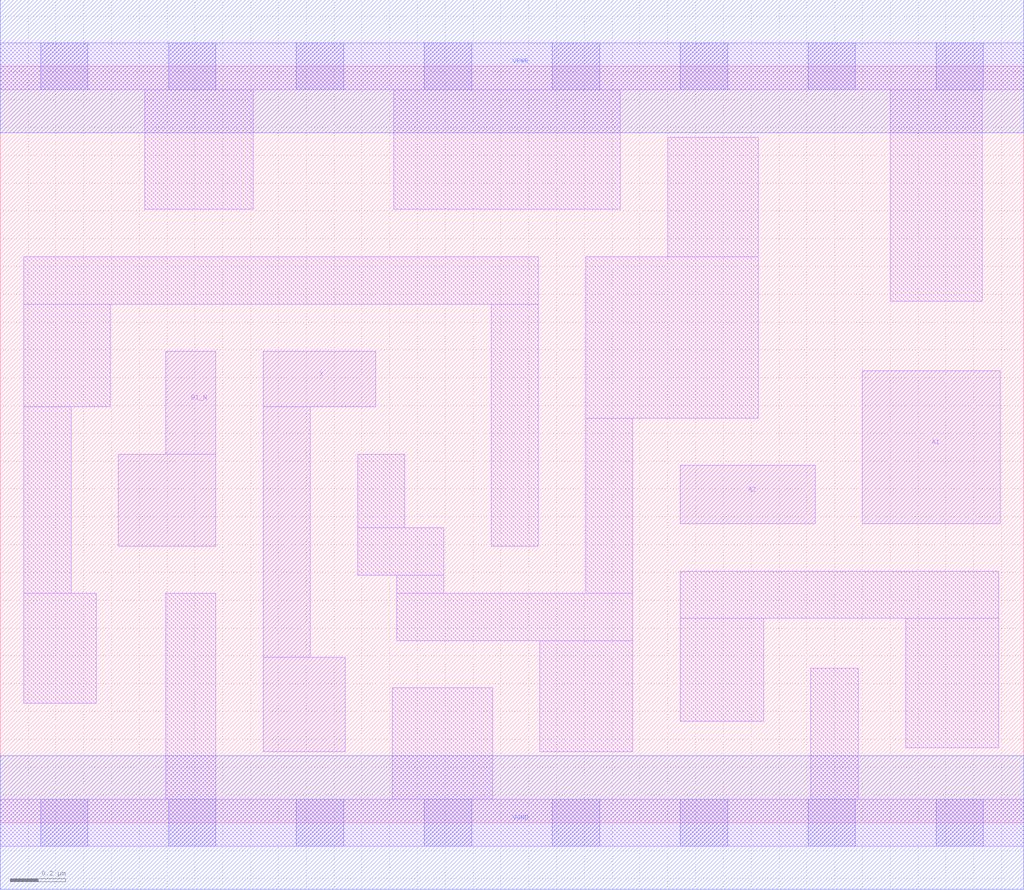
<source format=lef>
# Copyright 2020 The SkyWater PDK Authors
#
# Licensed under the Apache License, Version 2.0 (the "License");
# you may not use this file except in compliance with the License.
# You may obtain a copy of the License at
#
#     https://www.apache.org/licenses/LICENSE-2.0
#
# Unless required by applicable law or agreed to in writing, software
# distributed under the License is distributed on an "AS IS" BASIS,
# WITHOUT WARRANTIES OR CONDITIONS OF ANY KIND, either express or implied.
# See the License for the specific language governing permissions and
# limitations under the License.
#
# SPDX-License-Identifier: Apache-2.0

VERSION 5.7 ;
  NOWIREEXTENSIONATPIN ON ;
  DIVIDERCHAR "/" ;
  BUSBITCHARS "[]" ;
UNITS
  DATABASE MICRONS 200 ;
END UNITS
MACRO sky130_fd_sc_hd__o21ba_2
  CLASS CORE ;
  FOREIGN sky130_fd_sc_hd__o21ba_2 ;
  ORIGIN  0.000000  0.000000 ;
  SIZE  3.680000 BY  2.720000 ;
  SYMMETRY X Y R90 ;
  SITE unithd ;
  PIN A1
    ANTENNAGATEAREA  0.247500 ;
    DIRECTION INPUT ;
    USE SIGNAL ;
    PORT
      LAYER li1 ;
        RECT 3.100000 1.075000 3.595000 1.625000 ;
    END
  END A1
  PIN A2
    ANTENNAGATEAREA  0.247500 ;
    DIRECTION INPUT ;
    USE SIGNAL ;
    PORT
      LAYER li1 ;
        RECT 2.445000 1.075000 2.930000 1.285000 ;
    END
  END A2
  PIN B1_N
    ANTENNAGATEAREA  0.126000 ;
    DIRECTION INPUT ;
    USE SIGNAL ;
    PORT
      LAYER li1 ;
        RECT 0.425000 0.995000 0.775000 1.325000 ;
        RECT 0.595000 1.325000 0.775000 1.695000 ;
    END
  END B1_N
  PIN X
    ANTENNADIFFAREA  0.445500 ;
    DIRECTION OUTPUT ;
    USE SIGNAL ;
    PORT
      LAYER li1 ;
        RECT 0.945000 0.255000 1.240000 0.595000 ;
        RECT 0.945000 0.595000 1.115000 1.495000 ;
        RECT 0.945000 1.495000 1.350000 1.695000 ;
    END
  END X
  PIN VGND
    DIRECTION INOUT ;
    SHAPE ABUTMENT ;
    USE GROUND ;
    PORT
      LAYER met1 ;
        RECT 0.000000 -0.240000 3.680000 0.240000 ;
    END
  END VGND
  PIN VPWR
    DIRECTION INOUT ;
    SHAPE ABUTMENT ;
    USE POWER ;
    PORT
      LAYER met1 ;
        RECT 0.000000 2.480000 3.680000 2.960000 ;
    END
  END VPWR
  OBS
    LAYER li1 ;
      RECT 0.000000 -0.085000 3.680000 0.085000 ;
      RECT 0.000000  2.635000 3.680000 2.805000 ;
      RECT 0.085000  0.430000 0.345000 0.825000 ;
      RECT 0.085000  0.825000 0.255000 1.495000 ;
      RECT 0.085000  1.495000 0.395000 1.865000 ;
      RECT 0.085000  1.865000 1.935000 2.035000 ;
      RECT 0.520000  2.205000 0.910000 2.635000 ;
      RECT 0.595000  0.085000 0.775000 0.825000 ;
      RECT 1.285000  0.890000 1.595000 1.060000 ;
      RECT 1.285000  1.060000 1.455000 1.325000 ;
      RECT 1.410000  0.085000 1.770000 0.485000 ;
      RECT 1.415000  2.205000 2.230000 2.635000 ;
      RECT 1.425000  0.655000 2.275000 0.825000 ;
      RECT 1.425000  0.825000 1.595000 0.890000 ;
      RECT 1.765000  0.995000 1.935000 1.865000 ;
      RECT 1.940000  0.255000 2.275000 0.655000 ;
      RECT 2.105000  0.825000 2.275000 1.455000 ;
      RECT 2.105000  1.455000 2.725000 2.035000 ;
      RECT 2.400000  2.035000 2.725000 2.465000 ;
      RECT 2.445000  0.365000 2.745000 0.735000 ;
      RECT 2.445000  0.735000 3.590000 0.905000 ;
      RECT 2.915000  0.085000 3.085000 0.555000 ;
      RECT 3.200000  1.875000 3.530000 2.635000 ;
      RECT 3.255000  0.270000 3.590000 0.735000 ;
    LAYER mcon ;
      RECT 0.145000 -0.085000 0.315000 0.085000 ;
      RECT 0.145000  2.635000 0.315000 2.805000 ;
      RECT 0.605000 -0.085000 0.775000 0.085000 ;
      RECT 0.605000  2.635000 0.775000 2.805000 ;
      RECT 1.065000 -0.085000 1.235000 0.085000 ;
      RECT 1.065000  2.635000 1.235000 2.805000 ;
      RECT 1.525000 -0.085000 1.695000 0.085000 ;
      RECT 1.525000  2.635000 1.695000 2.805000 ;
      RECT 1.985000 -0.085000 2.155000 0.085000 ;
      RECT 1.985000  2.635000 2.155000 2.805000 ;
      RECT 2.445000 -0.085000 2.615000 0.085000 ;
      RECT 2.445000  2.635000 2.615000 2.805000 ;
      RECT 2.905000 -0.085000 3.075000 0.085000 ;
      RECT 2.905000  2.635000 3.075000 2.805000 ;
      RECT 3.365000 -0.085000 3.535000 0.085000 ;
      RECT 3.365000  2.635000 3.535000 2.805000 ;
  END
END sky130_fd_sc_hd__o21ba_2
END LIBRARY

</source>
